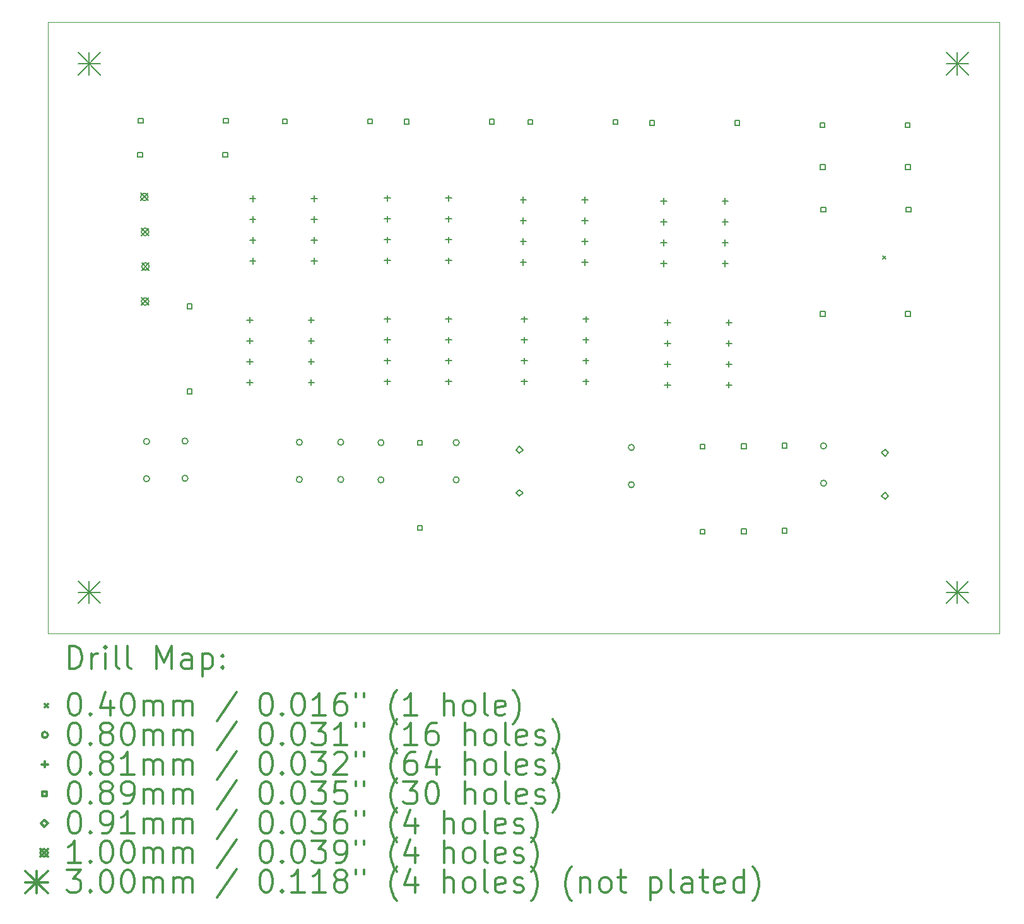
<source format=gbr>
%FSLAX45Y45*%
G04 Gerber Fmt 4.5, Leading zero omitted, Abs format (unit mm)*
G04 Created by KiCad (PCBNEW (5.0.1)-3) date 11/11/2018 11:10:57 PM*
%MOMM*%
%LPD*%
G01*
G04 APERTURE LIST*
%ADD10C,0.100000*%
%ADD11C,0.200000*%
%ADD12C,0.300000*%
G04 APERTURE END LIST*
D10*
X2185000Y-10345000D02*
X2185000Y-2130000D01*
X14945000Y-10345000D02*
X2185000Y-10345000D01*
X14945000Y-2130000D02*
X14945000Y-10345000D01*
X2185000Y-2130000D02*
X14945000Y-2130000D01*
D11*
X13385570Y-5273580D02*
X13425570Y-5313580D01*
X13425570Y-5273580D02*
X13385570Y-5313580D01*
X4060000Y-7760000D02*
G75*
G03X4060000Y-7760000I-40000J0D01*
G01*
X4060000Y-8260000D02*
G75*
G03X4060000Y-8260000I-40000J0D01*
G01*
X6690000Y-7780000D02*
G75*
G03X6690000Y-7780000I-40000J0D01*
G01*
X6690000Y-8280000D02*
G75*
G03X6690000Y-8280000I-40000J0D01*
G01*
X7700000Y-7780000D02*
G75*
G03X7700000Y-7780000I-40000J0D01*
G01*
X7700000Y-8280000D02*
G75*
G03X7700000Y-8280000I-40000J0D01*
G01*
X10050000Y-7845000D02*
G75*
G03X10050000Y-7845000I-40000J0D01*
G01*
X10050000Y-8345000D02*
G75*
G03X10050000Y-8345000I-40000J0D01*
G01*
X12630000Y-7825000D02*
G75*
G03X12630000Y-7825000I-40000J0D01*
G01*
X12630000Y-8325000D02*
G75*
G03X12630000Y-8325000I-40000J0D01*
G01*
X5595000Y-7775000D02*
G75*
G03X5595000Y-7775000I-40000J0D01*
G01*
X5595000Y-8275000D02*
G75*
G03X5595000Y-8275000I-40000J0D01*
G01*
X3545000Y-7765000D02*
G75*
G03X3545000Y-7765000I-40000J0D01*
G01*
X3545000Y-8265000D02*
G75*
G03X3545000Y-8265000I-40000J0D01*
G01*
X6150000Y-7775000D02*
G75*
G03X6150000Y-7775000I-40000J0D01*
G01*
X6150000Y-8275000D02*
G75*
G03X6150000Y-8275000I-40000J0D01*
G01*
X6734500Y-6081160D02*
X6734500Y-6162440D01*
X6693860Y-6121800D02*
X6775140Y-6121800D01*
X6734500Y-6360560D02*
X6734500Y-6441840D01*
X6693860Y-6401200D02*
X6775140Y-6401200D01*
X6734500Y-6639960D02*
X6734500Y-6721240D01*
X6693860Y-6680600D02*
X6775140Y-6680600D01*
X6734500Y-6919360D02*
X6734500Y-7000640D01*
X6693860Y-6960000D02*
X6775140Y-6960000D01*
X7560000Y-6081160D02*
X7560000Y-6162440D01*
X7519360Y-6121800D02*
X7600640Y-6121800D01*
X7560000Y-6360560D02*
X7560000Y-6441840D01*
X7519360Y-6401200D02*
X7600640Y-6401200D01*
X7560000Y-6639960D02*
X7560000Y-6721240D01*
X7519360Y-6680600D02*
X7600640Y-6680600D01*
X7560000Y-6919360D02*
X7560000Y-7000640D01*
X7519360Y-6960000D02*
X7600640Y-6960000D01*
X8574500Y-6081160D02*
X8574500Y-6162440D01*
X8533860Y-6121800D02*
X8615140Y-6121800D01*
X8574500Y-6360560D02*
X8574500Y-6441840D01*
X8533860Y-6401200D02*
X8615140Y-6401200D01*
X8574500Y-6639960D02*
X8574500Y-6721240D01*
X8533860Y-6680600D02*
X8615140Y-6680600D01*
X8574500Y-6919360D02*
X8574500Y-7000640D01*
X8533860Y-6960000D02*
X8615140Y-6960000D01*
X9400000Y-6081160D02*
X9400000Y-6162440D01*
X9359360Y-6121800D02*
X9440640Y-6121800D01*
X9400000Y-6360560D02*
X9400000Y-6441840D01*
X9359360Y-6401200D02*
X9440640Y-6401200D01*
X9400000Y-6639960D02*
X9400000Y-6721240D01*
X9359360Y-6680600D02*
X9440640Y-6680600D01*
X9400000Y-6919360D02*
X9400000Y-7000640D01*
X9359360Y-6960000D02*
X9440640Y-6960000D01*
X4929500Y-4461160D02*
X4929500Y-4542440D01*
X4888860Y-4501800D02*
X4970140Y-4501800D01*
X4929500Y-4740560D02*
X4929500Y-4821840D01*
X4888860Y-4781200D02*
X4970140Y-4781200D01*
X4929500Y-5019960D02*
X4929500Y-5101240D01*
X4888860Y-5060600D02*
X4970140Y-5060600D01*
X4929500Y-5299360D02*
X4929500Y-5380640D01*
X4888860Y-5340000D02*
X4970140Y-5340000D01*
X5755000Y-4461160D02*
X5755000Y-4542440D01*
X5714360Y-4501800D02*
X5795640Y-4501800D01*
X5755000Y-4740560D02*
X5755000Y-4821840D01*
X5714360Y-4781200D02*
X5795640Y-4781200D01*
X5755000Y-5019960D02*
X5755000Y-5101240D01*
X5714360Y-5060600D02*
X5795640Y-5060600D01*
X5755000Y-5299360D02*
X5755000Y-5380640D01*
X5714360Y-5340000D02*
X5795640Y-5340000D01*
X10494500Y-6126160D02*
X10494500Y-6207440D01*
X10453860Y-6166800D02*
X10535140Y-6166800D01*
X10494500Y-6405560D02*
X10494500Y-6486840D01*
X10453860Y-6446200D02*
X10535140Y-6446200D01*
X10494500Y-6684960D02*
X10494500Y-6766240D01*
X10453860Y-6725600D02*
X10535140Y-6725600D01*
X10494500Y-6964360D02*
X10494500Y-7045640D01*
X10453860Y-7005000D02*
X10535140Y-7005000D01*
X11320000Y-6126160D02*
X11320000Y-6207440D01*
X11279360Y-6166800D02*
X11360640Y-6166800D01*
X11320000Y-6405560D02*
X11320000Y-6486840D01*
X11279360Y-6446200D02*
X11360640Y-6446200D01*
X11320000Y-6684960D02*
X11320000Y-6766240D01*
X11279360Y-6725600D02*
X11360640Y-6725600D01*
X11320000Y-6964360D02*
X11320000Y-7045640D01*
X11279360Y-7005000D02*
X11360640Y-7005000D01*
X4889500Y-6091160D02*
X4889500Y-6172440D01*
X4848860Y-6131800D02*
X4930140Y-6131800D01*
X4889500Y-6370560D02*
X4889500Y-6451840D01*
X4848860Y-6411200D02*
X4930140Y-6411200D01*
X4889500Y-6649960D02*
X4889500Y-6731240D01*
X4848860Y-6690600D02*
X4930140Y-6690600D01*
X4889500Y-6929360D02*
X4889500Y-7010640D01*
X4848860Y-6970000D02*
X4930140Y-6970000D01*
X5715000Y-6091160D02*
X5715000Y-6172440D01*
X5674360Y-6131800D02*
X5755640Y-6131800D01*
X5715000Y-6370560D02*
X5715000Y-6451840D01*
X5674360Y-6411200D02*
X5755640Y-6411200D01*
X5715000Y-6649960D02*
X5715000Y-6731240D01*
X5674360Y-6690600D02*
X5755640Y-6690600D01*
X5715000Y-6929360D02*
X5715000Y-7010640D01*
X5674360Y-6970000D02*
X5755640Y-6970000D01*
X10444500Y-4496160D02*
X10444500Y-4577440D01*
X10403860Y-4536800D02*
X10485140Y-4536800D01*
X10444500Y-4775560D02*
X10444500Y-4856840D01*
X10403860Y-4816200D02*
X10485140Y-4816200D01*
X10444500Y-5054960D02*
X10444500Y-5136240D01*
X10403860Y-5095600D02*
X10485140Y-5095600D01*
X10444500Y-5334360D02*
X10444500Y-5415640D01*
X10403860Y-5375000D02*
X10485140Y-5375000D01*
X11270000Y-4496160D02*
X11270000Y-4577440D01*
X11229360Y-4536800D02*
X11310640Y-4536800D01*
X11270000Y-4775560D02*
X11270000Y-4856840D01*
X11229360Y-4816200D02*
X11310640Y-4816200D01*
X11270000Y-5054960D02*
X11270000Y-5136240D01*
X11229360Y-5095600D02*
X11310640Y-5095600D01*
X11270000Y-5334360D02*
X11270000Y-5415640D01*
X11229360Y-5375000D02*
X11310640Y-5375000D01*
X8559500Y-4476160D02*
X8559500Y-4557440D01*
X8518860Y-4516800D02*
X8600140Y-4516800D01*
X8559500Y-4755560D02*
X8559500Y-4836840D01*
X8518860Y-4796200D02*
X8600140Y-4796200D01*
X8559500Y-5034960D02*
X8559500Y-5116240D01*
X8518860Y-5075600D02*
X8600140Y-5075600D01*
X8559500Y-5314360D02*
X8559500Y-5395640D01*
X8518860Y-5355000D02*
X8600140Y-5355000D01*
X9385000Y-4476160D02*
X9385000Y-4557440D01*
X9344360Y-4516800D02*
X9425640Y-4516800D01*
X9385000Y-4755560D02*
X9385000Y-4836840D01*
X9344360Y-4796200D02*
X9425640Y-4796200D01*
X9385000Y-5034960D02*
X9385000Y-5116240D01*
X9344360Y-5075600D02*
X9425640Y-5075600D01*
X9385000Y-5314360D02*
X9385000Y-5395640D01*
X9344360Y-5355000D02*
X9425640Y-5355000D01*
X6734500Y-4456160D02*
X6734500Y-4537440D01*
X6693860Y-4496800D02*
X6775140Y-4496800D01*
X6734500Y-4735560D02*
X6734500Y-4816840D01*
X6693860Y-4776200D02*
X6775140Y-4776200D01*
X6734500Y-5014960D02*
X6734500Y-5096240D01*
X6693860Y-5055600D02*
X6775140Y-5055600D01*
X6734500Y-5294360D02*
X6734500Y-5375640D01*
X6693860Y-5335000D02*
X6775140Y-5335000D01*
X7560000Y-4456160D02*
X7560000Y-4537440D01*
X7519360Y-4496800D02*
X7600640Y-4496800D01*
X7560000Y-4735560D02*
X7560000Y-4816840D01*
X7519360Y-4776200D02*
X7600640Y-4776200D01*
X7560000Y-5014960D02*
X7560000Y-5096240D01*
X7519360Y-5055600D02*
X7600640Y-5055600D01*
X7560000Y-5294360D02*
X7560000Y-5375640D01*
X7519360Y-5335000D02*
X7600640Y-5335000D01*
X5391431Y-3496431D02*
X5391431Y-3433569D01*
X5328569Y-3433569D01*
X5328569Y-3496431D01*
X5391431Y-3496431D01*
X6534431Y-3496431D02*
X6534431Y-3433569D01*
X6471569Y-3433569D01*
X6471569Y-3496431D01*
X6534431Y-3496431D01*
X12609331Y-6083871D02*
X12609331Y-6021009D01*
X12546469Y-6021009D01*
X12546469Y-6083871D01*
X12609331Y-6083871D01*
X13752331Y-6083871D02*
X13752331Y-6021009D01*
X13689469Y-6021009D01*
X13689469Y-6083871D01*
X13752331Y-6083871D01*
X7026431Y-3501431D02*
X7026431Y-3438569D01*
X6963569Y-3438569D01*
X6963569Y-3501431D01*
X7026431Y-3501431D01*
X8169431Y-3501431D02*
X8169431Y-3438569D01*
X8106569Y-3438569D01*
X8106569Y-3501431D01*
X8169431Y-3501431D01*
X4111431Y-5981431D02*
X4111431Y-5918569D01*
X4048569Y-5918569D01*
X4048569Y-5981431D01*
X4111431Y-5981431D01*
X4111431Y-7124431D02*
X4111431Y-7061569D01*
X4048569Y-7061569D01*
X4048569Y-7124431D01*
X4111431Y-7124431D01*
X8686431Y-3506431D02*
X8686431Y-3443569D01*
X8623569Y-3443569D01*
X8623569Y-3506431D01*
X8686431Y-3506431D01*
X9829431Y-3506431D02*
X9829431Y-3443569D01*
X9766569Y-3443569D01*
X9766569Y-3506431D01*
X9829431Y-3506431D01*
X12617331Y-4678871D02*
X12617331Y-4616009D01*
X12554469Y-4616009D01*
X12554469Y-4678871D01*
X12617331Y-4678871D01*
X13760331Y-4678871D02*
X13760331Y-4616009D01*
X13697469Y-4616009D01*
X13697469Y-4678871D01*
X13760331Y-4678871D01*
X10321431Y-3516431D02*
X10321431Y-3453569D01*
X10258569Y-3453569D01*
X10258569Y-3516431D01*
X10321431Y-3516431D01*
X11464431Y-3516431D02*
X11464431Y-3453569D01*
X11401569Y-3453569D01*
X11401569Y-3516431D01*
X11464431Y-3516431D01*
X7201431Y-7811431D02*
X7201431Y-7748569D01*
X7138569Y-7748569D01*
X7138569Y-7811431D01*
X7201431Y-7811431D01*
X7201431Y-8954431D02*
X7201431Y-8891569D01*
X7138569Y-8891569D01*
X7138569Y-8954431D01*
X7201431Y-8954431D01*
X12096431Y-7853431D02*
X12096431Y-7790569D01*
X12033569Y-7790569D01*
X12033569Y-7853431D01*
X12096431Y-7853431D01*
X12096431Y-8996431D02*
X12096431Y-8933569D01*
X12033569Y-8933569D01*
X12033569Y-8996431D01*
X12096431Y-8996431D01*
X12607331Y-3548871D02*
X12607331Y-3486009D01*
X12544469Y-3486009D01*
X12544469Y-3548871D01*
X12607331Y-3548871D01*
X13750331Y-3548871D02*
X13750331Y-3486009D01*
X13687469Y-3486009D01*
X13687469Y-3548871D01*
X13750331Y-3548871D01*
X3458431Y-3486431D02*
X3458431Y-3423569D01*
X3395569Y-3423569D01*
X3395569Y-3486431D01*
X3458431Y-3486431D01*
X4601431Y-3486431D02*
X4601431Y-3423569D01*
X4538569Y-3423569D01*
X4538569Y-3486431D01*
X4601431Y-3486431D01*
X12609331Y-4108871D02*
X12609331Y-4046009D01*
X12546469Y-4046009D01*
X12546469Y-4108871D01*
X12609331Y-4108871D01*
X13752331Y-4108871D02*
X13752331Y-4046009D01*
X13689469Y-4046009D01*
X13689469Y-4108871D01*
X13752331Y-4108871D01*
X3448431Y-3946431D02*
X3448431Y-3883569D01*
X3385569Y-3883569D01*
X3385569Y-3946431D01*
X3448431Y-3946431D01*
X4591431Y-3946431D02*
X4591431Y-3883569D01*
X4528569Y-3883569D01*
X4528569Y-3946431D01*
X4591431Y-3946431D01*
X11551431Y-7861431D02*
X11551431Y-7798569D01*
X11488569Y-7798569D01*
X11488569Y-7861431D01*
X11551431Y-7861431D01*
X11551431Y-9004431D02*
X11551431Y-8941569D01*
X11488569Y-8941569D01*
X11488569Y-9004431D01*
X11551431Y-9004431D01*
X10996431Y-7866431D02*
X10996431Y-7803569D01*
X10933569Y-7803569D01*
X10933569Y-7866431D01*
X10996431Y-7866431D01*
X10996431Y-9009431D02*
X10996431Y-8946569D01*
X10933569Y-8946569D01*
X10933569Y-9009431D01*
X10996431Y-9009431D01*
X8510000Y-7921600D02*
X8555720Y-7875880D01*
X8510000Y-7830160D01*
X8464280Y-7875880D01*
X8510000Y-7921600D01*
X8510000Y-8500720D02*
X8555720Y-8455000D01*
X8510000Y-8409280D01*
X8464280Y-8455000D01*
X8510000Y-8500720D01*
X13415000Y-7960720D02*
X13460720Y-7915000D01*
X13415000Y-7869280D01*
X13369280Y-7915000D01*
X13415000Y-7960720D01*
X13415000Y-8539840D02*
X13460720Y-8494120D01*
X13415000Y-8448400D01*
X13369280Y-8494120D01*
X13415000Y-8539840D01*
X3435160Y-4898660D02*
X3535160Y-4998660D01*
X3535160Y-4898660D02*
X3435160Y-4998660D01*
X3535160Y-4948660D02*
G75*
G03X3535160Y-4948660I-50000J0D01*
G01*
X3425160Y-4428660D02*
X3525160Y-4528660D01*
X3525160Y-4428660D02*
X3425160Y-4528660D01*
X3525160Y-4478660D02*
G75*
G03X3525160Y-4478660I-50000J0D01*
G01*
X3435160Y-5833660D02*
X3535160Y-5933660D01*
X3535160Y-5833660D02*
X3435160Y-5933660D01*
X3535160Y-5883660D02*
G75*
G03X3535160Y-5883660I-50000J0D01*
G01*
X3440160Y-5363660D02*
X3540160Y-5463660D01*
X3540160Y-5363660D02*
X3440160Y-5463660D01*
X3540160Y-5413660D02*
G75*
G03X3540160Y-5413660I-50000J0D01*
G01*
X14235000Y-9640000D02*
X14535000Y-9940000D01*
X14535000Y-9640000D02*
X14235000Y-9940000D01*
X14385000Y-9640000D02*
X14385000Y-9940000D01*
X14235000Y-9790000D02*
X14535000Y-9790000D01*
X14235000Y-2540000D02*
X14535000Y-2840000D01*
X14535000Y-2540000D02*
X14235000Y-2840000D01*
X14385000Y-2540000D02*
X14385000Y-2840000D01*
X14235000Y-2690000D02*
X14535000Y-2690000D01*
X2585000Y-2540000D02*
X2885000Y-2840000D01*
X2885000Y-2540000D02*
X2585000Y-2840000D01*
X2735000Y-2540000D02*
X2735000Y-2840000D01*
X2585000Y-2690000D02*
X2885000Y-2690000D01*
X2585000Y-9640000D02*
X2885000Y-9940000D01*
X2885000Y-9640000D02*
X2585000Y-9940000D01*
X2735000Y-9640000D02*
X2735000Y-9940000D01*
X2585000Y-9790000D02*
X2885000Y-9790000D01*
D12*
X2466428Y-10815714D02*
X2466428Y-10515714D01*
X2537857Y-10515714D01*
X2580714Y-10530000D01*
X2609286Y-10558572D01*
X2623571Y-10587143D01*
X2637857Y-10644286D01*
X2637857Y-10687143D01*
X2623571Y-10744286D01*
X2609286Y-10772857D01*
X2580714Y-10801429D01*
X2537857Y-10815714D01*
X2466428Y-10815714D01*
X2766428Y-10815714D02*
X2766428Y-10615714D01*
X2766428Y-10672857D02*
X2780714Y-10644286D01*
X2795000Y-10630000D01*
X2823571Y-10615714D01*
X2852143Y-10615714D01*
X2952143Y-10815714D02*
X2952143Y-10615714D01*
X2952143Y-10515714D02*
X2937857Y-10530000D01*
X2952143Y-10544286D01*
X2966428Y-10530000D01*
X2952143Y-10515714D01*
X2952143Y-10544286D01*
X3137857Y-10815714D02*
X3109286Y-10801429D01*
X3095000Y-10772857D01*
X3095000Y-10515714D01*
X3295000Y-10815714D02*
X3266428Y-10801429D01*
X3252143Y-10772857D01*
X3252143Y-10515714D01*
X3637857Y-10815714D02*
X3637857Y-10515714D01*
X3737857Y-10730000D01*
X3837857Y-10515714D01*
X3837857Y-10815714D01*
X4109286Y-10815714D02*
X4109286Y-10658572D01*
X4095000Y-10630000D01*
X4066428Y-10615714D01*
X4009286Y-10615714D01*
X3980714Y-10630000D01*
X4109286Y-10801429D02*
X4080714Y-10815714D01*
X4009286Y-10815714D01*
X3980714Y-10801429D01*
X3966428Y-10772857D01*
X3966428Y-10744286D01*
X3980714Y-10715714D01*
X4009286Y-10701429D01*
X4080714Y-10701429D01*
X4109286Y-10687143D01*
X4252143Y-10615714D02*
X4252143Y-10915714D01*
X4252143Y-10630000D02*
X4280714Y-10615714D01*
X4337857Y-10615714D01*
X4366428Y-10630000D01*
X4380714Y-10644286D01*
X4395000Y-10672857D01*
X4395000Y-10758572D01*
X4380714Y-10787143D01*
X4366428Y-10801429D01*
X4337857Y-10815714D01*
X4280714Y-10815714D01*
X4252143Y-10801429D01*
X4523571Y-10787143D02*
X4537857Y-10801429D01*
X4523571Y-10815714D01*
X4509286Y-10801429D01*
X4523571Y-10787143D01*
X4523571Y-10815714D01*
X4523571Y-10630000D02*
X4537857Y-10644286D01*
X4523571Y-10658572D01*
X4509286Y-10644286D01*
X4523571Y-10630000D01*
X4523571Y-10658572D01*
X2140000Y-11290000D02*
X2180000Y-11330000D01*
X2180000Y-11290000D02*
X2140000Y-11330000D01*
X2523571Y-11145714D02*
X2552143Y-11145714D01*
X2580714Y-11160000D01*
X2595000Y-11174286D01*
X2609286Y-11202857D01*
X2623571Y-11260000D01*
X2623571Y-11331429D01*
X2609286Y-11388571D01*
X2595000Y-11417143D01*
X2580714Y-11431429D01*
X2552143Y-11445714D01*
X2523571Y-11445714D01*
X2495000Y-11431429D01*
X2480714Y-11417143D01*
X2466428Y-11388571D01*
X2452143Y-11331429D01*
X2452143Y-11260000D01*
X2466428Y-11202857D01*
X2480714Y-11174286D01*
X2495000Y-11160000D01*
X2523571Y-11145714D01*
X2752143Y-11417143D02*
X2766428Y-11431429D01*
X2752143Y-11445714D01*
X2737857Y-11431429D01*
X2752143Y-11417143D01*
X2752143Y-11445714D01*
X3023571Y-11245714D02*
X3023571Y-11445714D01*
X2952143Y-11131429D02*
X2880714Y-11345714D01*
X3066428Y-11345714D01*
X3237857Y-11145714D02*
X3266428Y-11145714D01*
X3295000Y-11160000D01*
X3309286Y-11174286D01*
X3323571Y-11202857D01*
X3337857Y-11260000D01*
X3337857Y-11331429D01*
X3323571Y-11388571D01*
X3309286Y-11417143D01*
X3295000Y-11431429D01*
X3266428Y-11445714D01*
X3237857Y-11445714D01*
X3209286Y-11431429D01*
X3195000Y-11417143D01*
X3180714Y-11388571D01*
X3166428Y-11331429D01*
X3166428Y-11260000D01*
X3180714Y-11202857D01*
X3195000Y-11174286D01*
X3209286Y-11160000D01*
X3237857Y-11145714D01*
X3466428Y-11445714D02*
X3466428Y-11245714D01*
X3466428Y-11274286D02*
X3480714Y-11260000D01*
X3509286Y-11245714D01*
X3552143Y-11245714D01*
X3580714Y-11260000D01*
X3595000Y-11288571D01*
X3595000Y-11445714D01*
X3595000Y-11288571D02*
X3609286Y-11260000D01*
X3637857Y-11245714D01*
X3680714Y-11245714D01*
X3709286Y-11260000D01*
X3723571Y-11288571D01*
X3723571Y-11445714D01*
X3866428Y-11445714D02*
X3866428Y-11245714D01*
X3866428Y-11274286D02*
X3880714Y-11260000D01*
X3909286Y-11245714D01*
X3952143Y-11245714D01*
X3980714Y-11260000D01*
X3995000Y-11288571D01*
X3995000Y-11445714D01*
X3995000Y-11288571D02*
X4009286Y-11260000D01*
X4037857Y-11245714D01*
X4080714Y-11245714D01*
X4109286Y-11260000D01*
X4123571Y-11288571D01*
X4123571Y-11445714D01*
X4709286Y-11131429D02*
X4452143Y-11517143D01*
X5095000Y-11145714D02*
X5123571Y-11145714D01*
X5152143Y-11160000D01*
X5166428Y-11174286D01*
X5180714Y-11202857D01*
X5195000Y-11260000D01*
X5195000Y-11331429D01*
X5180714Y-11388571D01*
X5166428Y-11417143D01*
X5152143Y-11431429D01*
X5123571Y-11445714D01*
X5095000Y-11445714D01*
X5066428Y-11431429D01*
X5052143Y-11417143D01*
X5037857Y-11388571D01*
X5023571Y-11331429D01*
X5023571Y-11260000D01*
X5037857Y-11202857D01*
X5052143Y-11174286D01*
X5066428Y-11160000D01*
X5095000Y-11145714D01*
X5323571Y-11417143D02*
X5337857Y-11431429D01*
X5323571Y-11445714D01*
X5309286Y-11431429D01*
X5323571Y-11417143D01*
X5323571Y-11445714D01*
X5523571Y-11145714D02*
X5552143Y-11145714D01*
X5580714Y-11160000D01*
X5595000Y-11174286D01*
X5609286Y-11202857D01*
X5623571Y-11260000D01*
X5623571Y-11331429D01*
X5609286Y-11388571D01*
X5595000Y-11417143D01*
X5580714Y-11431429D01*
X5552143Y-11445714D01*
X5523571Y-11445714D01*
X5495000Y-11431429D01*
X5480714Y-11417143D01*
X5466428Y-11388571D01*
X5452143Y-11331429D01*
X5452143Y-11260000D01*
X5466428Y-11202857D01*
X5480714Y-11174286D01*
X5495000Y-11160000D01*
X5523571Y-11145714D01*
X5909286Y-11445714D02*
X5737857Y-11445714D01*
X5823571Y-11445714D02*
X5823571Y-11145714D01*
X5795000Y-11188571D01*
X5766428Y-11217143D01*
X5737857Y-11231429D01*
X6166428Y-11145714D02*
X6109286Y-11145714D01*
X6080714Y-11160000D01*
X6066428Y-11174286D01*
X6037857Y-11217143D01*
X6023571Y-11274286D01*
X6023571Y-11388571D01*
X6037857Y-11417143D01*
X6052143Y-11431429D01*
X6080714Y-11445714D01*
X6137857Y-11445714D01*
X6166428Y-11431429D01*
X6180714Y-11417143D01*
X6195000Y-11388571D01*
X6195000Y-11317143D01*
X6180714Y-11288571D01*
X6166428Y-11274286D01*
X6137857Y-11260000D01*
X6080714Y-11260000D01*
X6052143Y-11274286D01*
X6037857Y-11288571D01*
X6023571Y-11317143D01*
X6309286Y-11145714D02*
X6309286Y-11202857D01*
X6423571Y-11145714D02*
X6423571Y-11202857D01*
X6866428Y-11560000D02*
X6852143Y-11545714D01*
X6823571Y-11502857D01*
X6809286Y-11474286D01*
X6795000Y-11431429D01*
X6780714Y-11360000D01*
X6780714Y-11302857D01*
X6795000Y-11231429D01*
X6809286Y-11188571D01*
X6823571Y-11160000D01*
X6852143Y-11117143D01*
X6866428Y-11102857D01*
X7137857Y-11445714D02*
X6966428Y-11445714D01*
X7052143Y-11445714D02*
X7052143Y-11145714D01*
X7023571Y-11188571D01*
X6995000Y-11217143D01*
X6966428Y-11231429D01*
X7495000Y-11445714D02*
X7495000Y-11145714D01*
X7623571Y-11445714D02*
X7623571Y-11288571D01*
X7609286Y-11260000D01*
X7580714Y-11245714D01*
X7537857Y-11245714D01*
X7509286Y-11260000D01*
X7495000Y-11274286D01*
X7809286Y-11445714D02*
X7780714Y-11431429D01*
X7766428Y-11417143D01*
X7752143Y-11388571D01*
X7752143Y-11302857D01*
X7766428Y-11274286D01*
X7780714Y-11260000D01*
X7809286Y-11245714D01*
X7852143Y-11245714D01*
X7880714Y-11260000D01*
X7895000Y-11274286D01*
X7909286Y-11302857D01*
X7909286Y-11388571D01*
X7895000Y-11417143D01*
X7880714Y-11431429D01*
X7852143Y-11445714D01*
X7809286Y-11445714D01*
X8080714Y-11445714D02*
X8052143Y-11431429D01*
X8037857Y-11402857D01*
X8037857Y-11145714D01*
X8309286Y-11431429D02*
X8280714Y-11445714D01*
X8223571Y-11445714D01*
X8195000Y-11431429D01*
X8180714Y-11402857D01*
X8180714Y-11288571D01*
X8195000Y-11260000D01*
X8223571Y-11245714D01*
X8280714Y-11245714D01*
X8309286Y-11260000D01*
X8323571Y-11288571D01*
X8323571Y-11317143D01*
X8180714Y-11345714D01*
X8423571Y-11560000D02*
X8437857Y-11545714D01*
X8466428Y-11502857D01*
X8480714Y-11474286D01*
X8495000Y-11431429D01*
X8509286Y-11360000D01*
X8509286Y-11302857D01*
X8495000Y-11231429D01*
X8480714Y-11188571D01*
X8466428Y-11160000D01*
X8437857Y-11117143D01*
X8423571Y-11102857D01*
X2180000Y-11706000D02*
G75*
G03X2180000Y-11706000I-40000J0D01*
G01*
X2523571Y-11541714D02*
X2552143Y-11541714D01*
X2580714Y-11556000D01*
X2595000Y-11570286D01*
X2609286Y-11598857D01*
X2623571Y-11656000D01*
X2623571Y-11727429D01*
X2609286Y-11784571D01*
X2595000Y-11813143D01*
X2580714Y-11827429D01*
X2552143Y-11841714D01*
X2523571Y-11841714D01*
X2495000Y-11827429D01*
X2480714Y-11813143D01*
X2466428Y-11784571D01*
X2452143Y-11727429D01*
X2452143Y-11656000D01*
X2466428Y-11598857D01*
X2480714Y-11570286D01*
X2495000Y-11556000D01*
X2523571Y-11541714D01*
X2752143Y-11813143D02*
X2766428Y-11827429D01*
X2752143Y-11841714D01*
X2737857Y-11827429D01*
X2752143Y-11813143D01*
X2752143Y-11841714D01*
X2937857Y-11670286D02*
X2909286Y-11656000D01*
X2895000Y-11641714D01*
X2880714Y-11613143D01*
X2880714Y-11598857D01*
X2895000Y-11570286D01*
X2909286Y-11556000D01*
X2937857Y-11541714D01*
X2995000Y-11541714D01*
X3023571Y-11556000D01*
X3037857Y-11570286D01*
X3052143Y-11598857D01*
X3052143Y-11613143D01*
X3037857Y-11641714D01*
X3023571Y-11656000D01*
X2995000Y-11670286D01*
X2937857Y-11670286D01*
X2909286Y-11684571D01*
X2895000Y-11698857D01*
X2880714Y-11727429D01*
X2880714Y-11784571D01*
X2895000Y-11813143D01*
X2909286Y-11827429D01*
X2937857Y-11841714D01*
X2995000Y-11841714D01*
X3023571Y-11827429D01*
X3037857Y-11813143D01*
X3052143Y-11784571D01*
X3052143Y-11727429D01*
X3037857Y-11698857D01*
X3023571Y-11684571D01*
X2995000Y-11670286D01*
X3237857Y-11541714D02*
X3266428Y-11541714D01*
X3295000Y-11556000D01*
X3309286Y-11570286D01*
X3323571Y-11598857D01*
X3337857Y-11656000D01*
X3337857Y-11727429D01*
X3323571Y-11784571D01*
X3309286Y-11813143D01*
X3295000Y-11827429D01*
X3266428Y-11841714D01*
X3237857Y-11841714D01*
X3209286Y-11827429D01*
X3195000Y-11813143D01*
X3180714Y-11784571D01*
X3166428Y-11727429D01*
X3166428Y-11656000D01*
X3180714Y-11598857D01*
X3195000Y-11570286D01*
X3209286Y-11556000D01*
X3237857Y-11541714D01*
X3466428Y-11841714D02*
X3466428Y-11641714D01*
X3466428Y-11670286D02*
X3480714Y-11656000D01*
X3509286Y-11641714D01*
X3552143Y-11641714D01*
X3580714Y-11656000D01*
X3595000Y-11684571D01*
X3595000Y-11841714D01*
X3595000Y-11684571D02*
X3609286Y-11656000D01*
X3637857Y-11641714D01*
X3680714Y-11641714D01*
X3709286Y-11656000D01*
X3723571Y-11684571D01*
X3723571Y-11841714D01*
X3866428Y-11841714D02*
X3866428Y-11641714D01*
X3866428Y-11670286D02*
X3880714Y-11656000D01*
X3909286Y-11641714D01*
X3952143Y-11641714D01*
X3980714Y-11656000D01*
X3995000Y-11684571D01*
X3995000Y-11841714D01*
X3995000Y-11684571D02*
X4009286Y-11656000D01*
X4037857Y-11641714D01*
X4080714Y-11641714D01*
X4109286Y-11656000D01*
X4123571Y-11684571D01*
X4123571Y-11841714D01*
X4709286Y-11527429D02*
X4452143Y-11913143D01*
X5095000Y-11541714D02*
X5123571Y-11541714D01*
X5152143Y-11556000D01*
X5166428Y-11570286D01*
X5180714Y-11598857D01*
X5195000Y-11656000D01*
X5195000Y-11727429D01*
X5180714Y-11784571D01*
X5166428Y-11813143D01*
X5152143Y-11827429D01*
X5123571Y-11841714D01*
X5095000Y-11841714D01*
X5066428Y-11827429D01*
X5052143Y-11813143D01*
X5037857Y-11784571D01*
X5023571Y-11727429D01*
X5023571Y-11656000D01*
X5037857Y-11598857D01*
X5052143Y-11570286D01*
X5066428Y-11556000D01*
X5095000Y-11541714D01*
X5323571Y-11813143D02*
X5337857Y-11827429D01*
X5323571Y-11841714D01*
X5309286Y-11827429D01*
X5323571Y-11813143D01*
X5323571Y-11841714D01*
X5523571Y-11541714D02*
X5552143Y-11541714D01*
X5580714Y-11556000D01*
X5595000Y-11570286D01*
X5609286Y-11598857D01*
X5623571Y-11656000D01*
X5623571Y-11727429D01*
X5609286Y-11784571D01*
X5595000Y-11813143D01*
X5580714Y-11827429D01*
X5552143Y-11841714D01*
X5523571Y-11841714D01*
X5495000Y-11827429D01*
X5480714Y-11813143D01*
X5466428Y-11784571D01*
X5452143Y-11727429D01*
X5452143Y-11656000D01*
X5466428Y-11598857D01*
X5480714Y-11570286D01*
X5495000Y-11556000D01*
X5523571Y-11541714D01*
X5723571Y-11541714D02*
X5909286Y-11541714D01*
X5809286Y-11656000D01*
X5852143Y-11656000D01*
X5880714Y-11670286D01*
X5895000Y-11684571D01*
X5909286Y-11713143D01*
X5909286Y-11784571D01*
X5895000Y-11813143D01*
X5880714Y-11827429D01*
X5852143Y-11841714D01*
X5766428Y-11841714D01*
X5737857Y-11827429D01*
X5723571Y-11813143D01*
X6195000Y-11841714D02*
X6023571Y-11841714D01*
X6109286Y-11841714D02*
X6109286Y-11541714D01*
X6080714Y-11584571D01*
X6052143Y-11613143D01*
X6023571Y-11627429D01*
X6309286Y-11541714D02*
X6309286Y-11598857D01*
X6423571Y-11541714D02*
X6423571Y-11598857D01*
X6866428Y-11956000D02*
X6852143Y-11941714D01*
X6823571Y-11898857D01*
X6809286Y-11870286D01*
X6795000Y-11827429D01*
X6780714Y-11756000D01*
X6780714Y-11698857D01*
X6795000Y-11627429D01*
X6809286Y-11584571D01*
X6823571Y-11556000D01*
X6852143Y-11513143D01*
X6866428Y-11498857D01*
X7137857Y-11841714D02*
X6966428Y-11841714D01*
X7052143Y-11841714D02*
X7052143Y-11541714D01*
X7023571Y-11584571D01*
X6995000Y-11613143D01*
X6966428Y-11627429D01*
X7395000Y-11541714D02*
X7337857Y-11541714D01*
X7309286Y-11556000D01*
X7295000Y-11570286D01*
X7266428Y-11613143D01*
X7252143Y-11670286D01*
X7252143Y-11784571D01*
X7266428Y-11813143D01*
X7280714Y-11827429D01*
X7309286Y-11841714D01*
X7366428Y-11841714D01*
X7395000Y-11827429D01*
X7409286Y-11813143D01*
X7423571Y-11784571D01*
X7423571Y-11713143D01*
X7409286Y-11684571D01*
X7395000Y-11670286D01*
X7366428Y-11656000D01*
X7309286Y-11656000D01*
X7280714Y-11670286D01*
X7266428Y-11684571D01*
X7252143Y-11713143D01*
X7780714Y-11841714D02*
X7780714Y-11541714D01*
X7909286Y-11841714D02*
X7909286Y-11684571D01*
X7895000Y-11656000D01*
X7866428Y-11641714D01*
X7823571Y-11641714D01*
X7795000Y-11656000D01*
X7780714Y-11670286D01*
X8095000Y-11841714D02*
X8066428Y-11827429D01*
X8052143Y-11813143D01*
X8037857Y-11784571D01*
X8037857Y-11698857D01*
X8052143Y-11670286D01*
X8066428Y-11656000D01*
X8095000Y-11641714D01*
X8137857Y-11641714D01*
X8166428Y-11656000D01*
X8180714Y-11670286D01*
X8195000Y-11698857D01*
X8195000Y-11784571D01*
X8180714Y-11813143D01*
X8166428Y-11827429D01*
X8137857Y-11841714D01*
X8095000Y-11841714D01*
X8366428Y-11841714D02*
X8337857Y-11827429D01*
X8323571Y-11798857D01*
X8323571Y-11541714D01*
X8595000Y-11827429D02*
X8566428Y-11841714D01*
X8509286Y-11841714D01*
X8480714Y-11827429D01*
X8466428Y-11798857D01*
X8466428Y-11684571D01*
X8480714Y-11656000D01*
X8509286Y-11641714D01*
X8566428Y-11641714D01*
X8595000Y-11656000D01*
X8609286Y-11684571D01*
X8609286Y-11713143D01*
X8466428Y-11741714D01*
X8723571Y-11827429D02*
X8752143Y-11841714D01*
X8809286Y-11841714D01*
X8837857Y-11827429D01*
X8852143Y-11798857D01*
X8852143Y-11784571D01*
X8837857Y-11756000D01*
X8809286Y-11741714D01*
X8766428Y-11741714D01*
X8737857Y-11727429D01*
X8723571Y-11698857D01*
X8723571Y-11684571D01*
X8737857Y-11656000D01*
X8766428Y-11641714D01*
X8809286Y-11641714D01*
X8837857Y-11656000D01*
X8952143Y-11956000D02*
X8966428Y-11941714D01*
X8995000Y-11898857D01*
X9009286Y-11870286D01*
X9023571Y-11827429D01*
X9037857Y-11756000D01*
X9037857Y-11698857D01*
X9023571Y-11627429D01*
X9009286Y-11584571D01*
X8995000Y-11556000D01*
X8966428Y-11513143D01*
X8952143Y-11498857D01*
X2139360Y-12061360D02*
X2139360Y-12142640D01*
X2098720Y-12102000D02*
X2180000Y-12102000D01*
X2523571Y-11937714D02*
X2552143Y-11937714D01*
X2580714Y-11952000D01*
X2595000Y-11966286D01*
X2609286Y-11994857D01*
X2623571Y-12052000D01*
X2623571Y-12123429D01*
X2609286Y-12180571D01*
X2595000Y-12209143D01*
X2580714Y-12223429D01*
X2552143Y-12237714D01*
X2523571Y-12237714D01*
X2495000Y-12223429D01*
X2480714Y-12209143D01*
X2466428Y-12180571D01*
X2452143Y-12123429D01*
X2452143Y-12052000D01*
X2466428Y-11994857D01*
X2480714Y-11966286D01*
X2495000Y-11952000D01*
X2523571Y-11937714D01*
X2752143Y-12209143D02*
X2766428Y-12223429D01*
X2752143Y-12237714D01*
X2737857Y-12223429D01*
X2752143Y-12209143D01*
X2752143Y-12237714D01*
X2937857Y-12066286D02*
X2909286Y-12052000D01*
X2895000Y-12037714D01*
X2880714Y-12009143D01*
X2880714Y-11994857D01*
X2895000Y-11966286D01*
X2909286Y-11952000D01*
X2937857Y-11937714D01*
X2995000Y-11937714D01*
X3023571Y-11952000D01*
X3037857Y-11966286D01*
X3052143Y-11994857D01*
X3052143Y-12009143D01*
X3037857Y-12037714D01*
X3023571Y-12052000D01*
X2995000Y-12066286D01*
X2937857Y-12066286D01*
X2909286Y-12080571D01*
X2895000Y-12094857D01*
X2880714Y-12123429D01*
X2880714Y-12180571D01*
X2895000Y-12209143D01*
X2909286Y-12223429D01*
X2937857Y-12237714D01*
X2995000Y-12237714D01*
X3023571Y-12223429D01*
X3037857Y-12209143D01*
X3052143Y-12180571D01*
X3052143Y-12123429D01*
X3037857Y-12094857D01*
X3023571Y-12080571D01*
X2995000Y-12066286D01*
X3337857Y-12237714D02*
X3166428Y-12237714D01*
X3252143Y-12237714D02*
X3252143Y-11937714D01*
X3223571Y-11980571D01*
X3195000Y-12009143D01*
X3166428Y-12023429D01*
X3466428Y-12237714D02*
X3466428Y-12037714D01*
X3466428Y-12066286D02*
X3480714Y-12052000D01*
X3509286Y-12037714D01*
X3552143Y-12037714D01*
X3580714Y-12052000D01*
X3595000Y-12080571D01*
X3595000Y-12237714D01*
X3595000Y-12080571D02*
X3609286Y-12052000D01*
X3637857Y-12037714D01*
X3680714Y-12037714D01*
X3709286Y-12052000D01*
X3723571Y-12080571D01*
X3723571Y-12237714D01*
X3866428Y-12237714D02*
X3866428Y-12037714D01*
X3866428Y-12066286D02*
X3880714Y-12052000D01*
X3909286Y-12037714D01*
X3952143Y-12037714D01*
X3980714Y-12052000D01*
X3995000Y-12080571D01*
X3995000Y-12237714D01*
X3995000Y-12080571D02*
X4009286Y-12052000D01*
X4037857Y-12037714D01*
X4080714Y-12037714D01*
X4109286Y-12052000D01*
X4123571Y-12080571D01*
X4123571Y-12237714D01*
X4709286Y-11923429D02*
X4452143Y-12309143D01*
X5095000Y-11937714D02*
X5123571Y-11937714D01*
X5152143Y-11952000D01*
X5166428Y-11966286D01*
X5180714Y-11994857D01*
X5195000Y-12052000D01*
X5195000Y-12123429D01*
X5180714Y-12180571D01*
X5166428Y-12209143D01*
X5152143Y-12223429D01*
X5123571Y-12237714D01*
X5095000Y-12237714D01*
X5066428Y-12223429D01*
X5052143Y-12209143D01*
X5037857Y-12180571D01*
X5023571Y-12123429D01*
X5023571Y-12052000D01*
X5037857Y-11994857D01*
X5052143Y-11966286D01*
X5066428Y-11952000D01*
X5095000Y-11937714D01*
X5323571Y-12209143D02*
X5337857Y-12223429D01*
X5323571Y-12237714D01*
X5309286Y-12223429D01*
X5323571Y-12209143D01*
X5323571Y-12237714D01*
X5523571Y-11937714D02*
X5552143Y-11937714D01*
X5580714Y-11952000D01*
X5595000Y-11966286D01*
X5609286Y-11994857D01*
X5623571Y-12052000D01*
X5623571Y-12123429D01*
X5609286Y-12180571D01*
X5595000Y-12209143D01*
X5580714Y-12223429D01*
X5552143Y-12237714D01*
X5523571Y-12237714D01*
X5495000Y-12223429D01*
X5480714Y-12209143D01*
X5466428Y-12180571D01*
X5452143Y-12123429D01*
X5452143Y-12052000D01*
X5466428Y-11994857D01*
X5480714Y-11966286D01*
X5495000Y-11952000D01*
X5523571Y-11937714D01*
X5723571Y-11937714D02*
X5909286Y-11937714D01*
X5809286Y-12052000D01*
X5852143Y-12052000D01*
X5880714Y-12066286D01*
X5895000Y-12080571D01*
X5909286Y-12109143D01*
X5909286Y-12180571D01*
X5895000Y-12209143D01*
X5880714Y-12223429D01*
X5852143Y-12237714D01*
X5766428Y-12237714D01*
X5737857Y-12223429D01*
X5723571Y-12209143D01*
X6023571Y-11966286D02*
X6037857Y-11952000D01*
X6066428Y-11937714D01*
X6137857Y-11937714D01*
X6166428Y-11952000D01*
X6180714Y-11966286D01*
X6195000Y-11994857D01*
X6195000Y-12023429D01*
X6180714Y-12066286D01*
X6009286Y-12237714D01*
X6195000Y-12237714D01*
X6309286Y-11937714D02*
X6309286Y-11994857D01*
X6423571Y-11937714D02*
X6423571Y-11994857D01*
X6866428Y-12352000D02*
X6852143Y-12337714D01*
X6823571Y-12294857D01*
X6809286Y-12266286D01*
X6795000Y-12223429D01*
X6780714Y-12152000D01*
X6780714Y-12094857D01*
X6795000Y-12023429D01*
X6809286Y-11980571D01*
X6823571Y-11952000D01*
X6852143Y-11909143D01*
X6866428Y-11894857D01*
X7109286Y-11937714D02*
X7052143Y-11937714D01*
X7023571Y-11952000D01*
X7009286Y-11966286D01*
X6980714Y-12009143D01*
X6966428Y-12066286D01*
X6966428Y-12180571D01*
X6980714Y-12209143D01*
X6995000Y-12223429D01*
X7023571Y-12237714D01*
X7080714Y-12237714D01*
X7109286Y-12223429D01*
X7123571Y-12209143D01*
X7137857Y-12180571D01*
X7137857Y-12109143D01*
X7123571Y-12080571D01*
X7109286Y-12066286D01*
X7080714Y-12052000D01*
X7023571Y-12052000D01*
X6995000Y-12066286D01*
X6980714Y-12080571D01*
X6966428Y-12109143D01*
X7395000Y-12037714D02*
X7395000Y-12237714D01*
X7323571Y-11923429D02*
X7252143Y-12137714D01*
X7437857Y-12137714D01*
X7780714Y-12237714D02*
X7780714Y-11937714D01*
X7909286Y-12237714D02*
X7909286Y-12080571D01*
X7895000Y-12052000D01*
X7866428Y-12037714D01*
X7823571Y-12037714D01*
X7795000Y-12052000D01*
X7780714Y-12066286D01*
X8095000Y-12237714D02*
X8066428Y-12223429D01*
X8052143Y-12209143D01*
X8037857Y-12180571D01*
X8037857Y-12094857D01*
X8052143Y-12066286D01*
X8066428Y-12052000D01*
X8095000Y-12037714D01*
X8137857Y-12037714D01*
X8166428Y-12052000D01*
X8180714Y-12066286D01*
X8195000Y-12094857D01*
X8195000Y-12180571D01*
X8180714Y-12209143D01*
X8166428Y-12223429D01*
X8137857Y-12237714D01*
X8095000Y-12237714D01*
X8366428Y-12237714D02*
X8337857Y-12223429D01*
X8323571Y-12194857D01*
X8323571Y-11937714D01*
X8595000Y-12223429D02*
X8566428Y-12237714D01*
X8509286Y-12237714D01*
X8480714Y-12223429D01*
X8466428Y-12194857D01*
X8466428Y-12080571D01*
X8480714Y-12052000D01*
X8509286Y-12037714D01*
X8566428Y-12037714D01*
X8595000Y-12052000D01*
X8609286Y-12080571D01*
X8609286Y-12109143D01*
X8466428Y-12137714D01*
X8723571Y-12223429D02*
X8752143Y-12237714D01*
X8809286Y-12237714D01*
X8837857Y-12223429D01*
X8852143Y-12194857D01*
X8852143Y-12180571D01*
X8837857Y-12152000D01*
X8809286Y-12137714D01*
X8766428Y-12137714D01*
X8737857Y-12123429D01*
X8723571Y-12094857D01*
X8723571Y-12080571D01*
X8737857Y-12052000D01*
X8766428Y-12037714D01*
X8809286Y-12037714D01*
X8837857Y-12052000D01*
X8952143Y-12352000D02*
X8966428Y-12337714D01*
X8995000Y-12294857D01*
X9009286Y-12266286D01*
X9023571Y-12223429D01*
X9037857Y-12152000D01*
X9037857Y-12094857D01*
X9023571Y-12023429D01*
X9009286Y-11980571D01*
X8995000Y-11952000D01*
X8966428Y-11909143D01*
X8952143Y-11894857D01*
X2166981Y-12529431D02*
X2166981Y-12466569D01*
X2104119Y-12466569D01*
X2104119Y-12529431D01*
X2166981Y-12529431D01*
X2523571Y-12333714D02*
X2552143Y-12333714D01*
X2580714Y-12348000D01*
X2595000Y-12362286D01*
X2609286Y-12390857D01*
X2623571Y-12448000D01*
X2623571Y-12519429D01*
X2609286Y-12576571D01*
X2595000Y-12605143D01*
X2580714Y-12619429D01*
X2552143Y-12633714D01*
X2523571Y-12633714D01*
X2495000Y-12619429D01*
X2480714Y-12605143D01*
X2466428Y-12576571D01*
X2452143Y-12519429D01*
X2452143Y-12448000D01*
X2466428Y-12390857D01*
X2480714Y-12362286D01*
X2495000Y-12348000D01*
X2523571Y-12333714D01*
X2752143Y-12605143D02*
X2766428Y-12619429D01*
X2752143Y-12633714D01*
X2737857Y-12619429D01*
X2752143Y-12605143D01*
X2752143Y-12633714D01*
X2937857Y-12462286D02*
X2909286Y-12448000D01*
X2895000Y-12433714D01*
X2880714Y-12405143D01*
X2880714Y-12390857D01*
X2895000Y-12362286D01*
X2909286Y-12348000D01*
X2937857Y-12333714D01*
X2995000Y-12333714D01*
X3023571Y-12348000D01*
X3037857Y-12362286D01*
X3052143Y-12390857D01*
X3052143Y-12405143D01*
X3037857Y-12433714D01*
X3023571Y-12448000D01*
X2995000Y-12462286D01*
X2937857Y-12462286D01*
X2909286Y-12476571D01*
X2895000Y-12490857D01*
X2880714Y-12519429D01*
X2880714Y-12576571D01*
X2895000Y-12605143D01*
X2909286Y-12619429D01*
X2937857Y-12633714D01*
X2995000Y-12633714D01*
X3023571Y-12619429D01*
X3037857Y-12605143D01*
X3052143Y-12576571D01*
X3052143Y-12519429D01*
X3037857Y-12490857D01*
X3023571Y-12476571D01*
X2995000Y-12462286D01*
X3195000Y-12633714D02*
X3252143Y-12633714D01*
X3280714Y-12619429D01*
X3295000Y-12605143D01*
X3323571Y-12562286D01*
X3337857Y-12505143D01*
X3337857Y-12390857D01*
X3323571Y-12362286D01*
X3309286Y-12348000D01*
X3280714Y-12333714D01*
X3223571Y-12333714D01*
X3195000Y-12348000D01*
X3180714Y-12362286D01*
X3166428Y-12390857D01*
X3166428Y-12462286D01*
X3180714Y-12490857D01*
X3195000Y-12505143D01*
X3223571Y-12519429D01*
X3280714Y-12519429D01*
X3309286Y-12505143D01*
X3323571Y-12490857D01*
X3337857Y-12462286D01*
X3466428Y-12633714D02*
X3466428Y-12433714D01*
X3466428Y-12462286D02*
X3480714Y-12448000D01*
X3509286Y-12433714D01*
X3552143Y-12433714D01*
X3580714Y-12448000D01*
X3595000Y-12476571D01*
X3595000Y-12633714D01*
X3595000Y-12476571D02*
X3609286Y-12448000D01*
X3637857Y-12433714D01*
X3680714Y-12433714D01*
X3709286Y-12448000D01*
X3723571Y-12476571D01*
X3723571Y-12633714D01*
X3866428Y-12633714D02*
X3866428Y-12433714D01*
X3866428Y-12462286D02*
X3880714Y-12448000D01*
X3909286Y-12433714D01*
X3952143Y-12433714D01*
X3980714Y-12448000D01*
X3995000Y-12476571D01*
X3995000Y-12633714D01*
X3995000Y-12476571D02*
X4009286Y-12448000D01*
X4037857Y-12433714D01*
X4080714Y-12433714D01*
X4109286Y-12448000D01*
X4123571Y-12476571D01*
X4123571Y-12633714D01*
X4709286Y-12319429D02*
X4452143Y-12705143D01*
X5095000Y-12333714D02*
X5123571Y-12333714D01*
X5152143Y-12348000D01*
X5166428Y-12362286D01*
X5180714Y-12390857D01*
X5195000Y-12448000D01*
X5195000Y-12519429D01*
X5180714Y-12576571D01*
X5166428Y-12605143D01*
X5152143Y-12619429D01*
X5123571Y-12633714D01*
X5095000Y-12633714D01*
X5066428Y-12619429D01*
X5052143Y-12605143D01*
X5037857Y-12576571D01*
X5023571Y-12519429D01*
X5023571Y-12448000D01*
X5037857Y-12390857D01*
X5052143Y-12362286D01*
X5066428Y-12348000D01*
X5095000Y-12333714D01*
X5323571Y-12605143D02*
X5337857Y-12619429D01*
X5323571Y-12633714D01*
X5309286Y-12619429D01*
X5323571Y-12605143D01*
X5323571Y-12633714D01*
X5523571Y-12333714D02*
X5552143Y-12333714D01*
X5580714Y-12348000D01*
X5595000Y-12362286D01*
X5609286Y-12390857D01*
X5623571Y-12448000D01*
X5623571Y-12519429D01*
X5609286Y-12576571D01*
X5595000Y-12605143D01*
X5580714Y-12619429D01*
X5552143Y-12633714D01*
X5523571Y-12633714D01*
X5495000Y-12619429D01*
X5480714Y-12605143D01*
X5466428Y-12576571D01*
X5452143Y-12519429D01*
X5452143Y-12448000D01*
X5466428Y-12390857D01*
X5480714Y-12362286D01*
X5495000Y-12348000D01*
X5523571Y-12333714D01*
X5723571Y-12333714D02*
X5909286Y-12333714D01*
X5809286Y-12448000D01*
X5852143Y-12448000D01*
X5880714Y-12462286D01*
X5895000Y-12476571D01*
X5909286Y-12505143D01*
X5909286Y-12576571D01*
X5895000Y-12605143D01*
X5880714Y-12619429D01*
X5852143Y-12633714D01*
X5766428Y-12633714D01*
X5737857Y-12619429D01*
X5723571Y-12605143D01*
X6180714Y-12333714D02*
X6037857Y-12333714D01*
X6023571Y-12476571D01*
X6037857Y-12462286D01*
X6066428Y-12448000D01*
X6137857Y-12448000D01*
X6166428Y-12462286D01*
X6180714Y-12476571D01*
X6195000Y-12505143D01*
X6195000Y-12576571D01*
X6180714Y-12605143D01*
X6166428Y-12619429D01*
X6137857Y-12633714D01*
X6066428Y-12633714D01*
X6037857Y-12619429D01*
X6023571Y-12605143D01*
X6309286Y-12333714D02*
X6309286Y-12390857D01*
X6423571Y-12333714D02*
X6423571Y-12390857D01*
X6866428Y-12748000D02*
X6852143Y-12733714D01*
X6823571Y-12690857D01*
X6809286Y-12662286D01*
X6795000Y-12619429D01*
X6780714Y-12548000D01*
X6780714Y-12490857D01*
X6795000Y-12419429D01*
X6809286Y-12376571D01*
X6823571Y-12348000D01*
X6852143Y-12305143D01*
X6866428Y-12290857D01*
X6952143Y-12333714D02*
X7137857Y-12333714D01*
X7037857Y-12448000D01*
X7080714Y-12448000D01*
X7109286Y-12462286D01*
X7123571Y-12476571D01*
X7137857Y-12505143D01*
X7137857Y-12576571D01*
X7123571Y-12605143D01*
X7109286Y-12619429D01*
X7080714Y-12633714D01*
X6995000Y-12633714D01*
X6966428Y-12619429D01*
X6952143Y-12605143D01*
X7323571Y-12333714D02*
X7352143Y-12333714D01*
X7380714Y-12348000D01*
X7395000Y-12362286D01*
X7409286Y-12390857D01*
X7423571Y-12448000D01*
X7423571Y-12519429D01*
X7409286Y-12576571D01*
X7395000Y-12605143D01*
X7380714Y-12619429D01*
X7352143Y-12633714D01*
X7323571Y-12633714D01*
X7295000Y-12619429D01*
X7280714Y-12605143D01*
X7266428Y-12576571D01*
X7252143Y-12519429D01*
X7252143Y-12448000D01*
X7266428Y-12390857D01*
X7280714Y-12362286D01*
X7295000Y-12348000D01*
X7323571Y-12333714D01*
X7780714Y-12633714D02*
X7780714Y-12333714D01*
X7909286Y-12633714D02*
X7909286Y-12476571D01*
X7895000Y-12448000D01*
X7866428Y-12433714D01*
X7823571Y-12433714D01*
X7795000Y-12448000D01*
X7780714Y-12462286D01*
X8095000Y-12633714D02*
X8066428Y-12619429D01*
X8052143Y-12605143D01*
X8037857Y-12576571D01*
X8037857Y-12490857D01*
X8052143Y-12462286D01*
X8066428Y-12448000D01*
X8095000Y-12433714D01*
X8137857Y-12433714D01*
X8166428Y-12448000D01*
X8180714Y-12462286D01*
X8195000Y-12490857D01*
X8195000Y-12576571D01*
X8180714Y-12605143D01*
X8166428Y-12619429D01*
X8137857Y-12633714D01*
X8095000Y-12633714D01*
X8366428Y-12633714D02*
X8337857Y-12619429D01*
X8323571Y-12590857D01*
X8323571Y-12333714D01*
X8595000Y-12619429D02*
X8566428Y-12633714D01*
X8509286Y-12633714D01*
X8480714Y-12619429D01*
X8466428Y-12590857D01*
X8466428Y-12476571D01*
X8480714Y-12448000D01*
X8509286Y-12433714D01*
X8566428Y-12433714D01*
X8595000Y-12448000D01*
X8609286Y-12476571D01*
X8609286Y-12505143D01*
X8466428Y-12533714D01*
X8723571Y-12619429D02*
X8752143Y-12633714D01*
X8809286Y-12633714D01*
X8837857Y-12619429D01*
X8852143Y-12590857D01*
X8852143Y-12576571D01*
X8837857Y-12548000D01*
X8809286Y-12533714D01*
X8766428Y-12533714D01*
X8737857Y-12519429D01*
X8723571Y-12490857D01*
X8723571Y-12476571D01*
X8737857Y-12448000D01*
X8766428Y-12433714D01*
X8809286Y-12433714D01*
X8837857Y-12448000D01*
X8952143Y-12748000D02*
X8966428Y-12733714D01*
X8995000Y-12690857D01*
X9009286Y-12662286D01*
X9023571Y-12619429D01*
X9037857Y-12548000D01*
X9037857Y-12490857D01*
X9023571Y-12419429D01*
X9009286Y-12376571D01*
X8995000Y-12348000D01*
X8966428Y-12305143D01*
X8952143Y-12290857D01*
X2134280Y-12939720D02*
X2180000Y-12894000D01*
X2134280Y-12848280D01*
X2088560Y-12894000D01*
X2134280Y-12939720D01*
X2523571Y-12729714D02*
X2552143Y-12729714D01*
X2580714Y-12744000D01*
X2595000Y-12758286D01*
X2609286Y-12786857D01*
X2623571Y-12844000D01*
X2623571Y-12915429D01*
X2609286Y-12972571D01*
X2595000Y-13001143D01*
X2580714Y-13015429D01*
X2552143Y-13029714D01*
X2523571Y-13029714D01*
X2495000Y-13015429D01*
X2480714Y-13001143D01*
X2466428Y-12972571D01*
X2452143Y-12915429D01*
X2452143Y-12844000D01*
X2466428Y-12786857D01*
X2480714Y-12758286D01*
X2495000Y-12744000D01*
X2523571Y-12729714D01*
X2752143Y-13001143D02*
X2766428Y-13015429D01*
X2752143Y-13029714D01*
X2737857Y-13015429D01*
X2752143Y-13001143D01*
X2752143Y-13029714D01*
X2909286Y-13029714D02*
X2966428Y-13029714D01*
X2995000Y-13015429D01*
X3009286Y-13001143D01*
X3037857Y-12958286D01*
X3052143Y-12901143D01*
X3052143Y-12786857D01*
X3037857Y-12758286D01*
X3023571Y-12744000D01*
X2995000Y-12729714D01*
X2937857Y-12729714D01*
X2909286Y-12744000D01*
X2895000Y-12758286D01*
X2880714Y-12786857D01*
X2880714Y-12858286D01*
X2895000Y-12886857D01*
X2909286Y-12901143D01*
X2937857Y-12915429D01*
X2995000Y-12915429D01*
X3023571Y-12901143D01*
X3037857Y-12886857D01*
X3052143Y-12858286D01*
X3337857Y-13029714D02*
X3166428Y-13029714D01*
X3252143Y-13029714D02*
X3252143Y-12729714D01*
X3223571Y-12772571D01*
X3195000Y-12801143D01*
X3166428Y-12815429D01*
X3466428Y-13029714D02*
X3466428Y-12829714D01*
X3466428Y-12858286D02*
X3480714Y-12844000D01*
X3509286Y-12829714D01*
X3552143Y-12829714D01*
X3580714Y-12844000D01*
X3595000Y-12872571D01*
X3595000Y-13029714D01*
X3595000Y-12872571D02*
X3609286Y-12844000D01*
X3637857Y-12829714D01*
X3680714Y-12829714D01*
X3709286Y-12844000D01*
X3723571Y-12872571D01*
X3723571Y-13029714D01*
X3866428Y-13029714D02*
X3866428Y-12829714D01*
X3866428Y-12858286D02*
X3880714Y-12844000D01*
X3909286Y-12829714D01*
X3952143Y-12829714D01*
X3980714Y-12844000D01*
X3995000Y-12872571D01*
X3995000Y-13029714D01*
X3995000Y-12872571D02*
X4009286Y-12844000D01*
X4037857Y-12829714D01*
X4080714Y-12829714D01*
X4109286Y-12844000D01*
X4123571Y-12872571D01*
X4123571Y-13029714D01*
X4709286Y-12715429D02*
X4452143Y-13101143D01*
X5095000Y-12729714D02*
X5123571Y-12729714D01*
X5152143Y-12744000D01*
X5166428Y-12758286D01*
X5180714Y-12786857D01*
X5195000Y-12844000D01*
X5195000Y-12915429D01*
X5180714Y-12972571D01*
X5166428Y-13001143D01*
X5152143Y-13015429D01*
X5123571Y-13029714D01*
X5095000Y-13029714D01*
X5066428Y-13015429D01*
X5052143Y-13001143D01*
X5037857Y-12972571D01*
X5023571Y-12915429D01*
X5023571Y-12844000D01*
X5037857Y-12786857D01*
X5052143Y-12758286D01*
X5066428Y-12744000D01*
X5095000Y-12729714D01*
X5323571Y-13001143D02*
X5337857Y-13015429D01*
X5323571Y-13029714D01*
X5309286Y-13015429D01*
X5323571Y-13001143D01*
X5323571Y-13029714D01*
X5523571Y-12729714D02*
X5552143Y-12729714D01*
X5580714Y-12744000D01*
X5595000Y-12758286D01*
X5609286Y-12786857D01*
X5623571Y-12844000D01*
X5623571Y-12915429D01*
X5609286Y-12972571D01*
X5595000Y-13001143D01*
X5580714Y-13015429D01*
X5552143Y-13029714D01*
X5523571Y-13029714D01*
X5495000Y-13015429D01*
X5480714Y-13001143D01*
X5466428Y-12972571D01*
X5452143Y-12915429D01*
X5452143Y-12844000D01*
X5466428Y-12786857D01*
X5480714Y-12758286D01*
X5495000Y-12744000D01*
X5523571Y-12729714D01*
X5723571Y-12729714D02*
X5909286Y-12729714D01*
X5809286Y-12844000D01*
X5852143Y-12844000D01*
X5880714Y-12858286D01*
X5895000Y-12872571D01*
X5909286Y-12901143D01*
X5909286Y-12972571D01*
X5895000Y-13001143D01*
X5880714Y-13015429D01*
X5852143Y-13029714D01*
X5766428Y-13029714D01*
X5737857Y-13015429D01*
X5723571Y-13001143D01*
X6166428Y-12729714D02*
X6109286Y-12729714D01*
X6080714Y-12744000D01*
X6066428Y-12758286D01*
X6037857Y-12801143D01*
X6023571Y-12858286D01*
X6023571Y-12972571D01*
X6037857Y-13001143D01*
X6052143Y-13015429D01*
X6080714Y-13029714D01*
X6137857Y-13029714D01*
X6166428Y-13015429D01*
X6180714Y-13001143D01*
X6195000Y-12972571D01*
X6195000Y-12901143D01*
X6180714Y-12872571D01*
X6166428Y-12858286D01*
X6137857Y-12844000D01*
X6080714Y-12844000D01*
X6052143Y-12858286D01*
X6037857Y-12872571D01*
X6023571Y-12901143D01*
X6309286Y-12729714D02*
X6309286Y-12786857D01*
X6423571Y-12729714D02*
X6423571Y-12786857D01*
X6866428Y-13144000D02*
X6852143Y-13129714D01*
X6823571Y-13086857D01*
X6809286Y-13058286D01*
X6795000Y-13015429D01*
X6780714Y-12944000D01*
X6780714Y-12886857D01*
X6795000Y-12815429D01*
X6809286Y-12772571D01*
X6823571Y-12744000D01*
X6852143Y-12701143D01*
X6866428Y-12686857D01*
X7109286Y-12829714D02*
X7109286Y-13029714D01*
X7037857Y-12715429D02*
X6966428Y-12929714D01*
X7152143Y-12929714D01*
X7495000Y-13029714D02*
X7495000Y-12729714D01*
X7623571Y-13029714D02*
X7623571Y-12872571D01*
X7609286Y-12844000D01*
X7580714Y-12829714D01*
X7537857Y-12829714D01*
X7509286Y-12844000D01*
X7495000Y-12858286D01*
X7809286Y-13029714D02*
X7780714Y-13015429D01*
X7766428Y-13001143D01*
X7752143Y-12972571D01*
X7752143Y-12886857D01*
X7766428Y-12858286D01*
X7780714Y-12844000D01*
X7809286Y-12829714D01*
X7852143Y-12829714D01*
X7880714Y-12844000D01*
X7895000Y-12858286D01*
X7909286Y-12886857D01*
X7909286Y-12972571D01*
X7895000Y-13001143D01*
X7880714Y-13015429D01*
X7852143Y-13029714D01*
X7809286Y-13029714D01*
X8080714Y-13029714D02*
X8052143Y-13015429D01*
X8037857Y-12986857D01*
X8037857Y-12729714D01*
X8309286Y-13015429D02*
X8280714Y-13029714D01*
X8223571Y-13029714D01*
X8195000Y-13015429D01*
X8180714Y-12986857D01*
X8180714Y-12872571D01*
X8195000Y-12844000D01*
X8223571Y-12829714D01*
X8280714Y-12829714D01*
X8309286Y-12844000D01*
X8323571Y-12872571D01*
X8323571Y-12901143D01*
X8180714Y-12929714D01*
X8437857Y-13015429D02*
X8466428Y-13029714D01*
X8523571Y-13029714D01*
X8552143Y-13015429D01*
X8566428Y-12986857D01*
X8566428Y-12972571D01*
X8552143Y-12944000D01*
X8523571Y-12929714D01*
X8480714Y-12929714D01*
X8452143Y-12915429D01*
X8437857Y-12886857D01*
X8437857Y-12872571D01*
X8452143Y-12844000D01*
X8480714Y-12829714D01*
X8523571Y-12829714D01*
X8552143Y-12844000D01*
X8666428Y-13144000D02*
X8680714Y-13129714D01*
X8709286Y-13086857D01*
X8723571Y-13058286D01*
X8737857Y-13015429D01*
X8752143Y-12944000D01*
X8752143Y-12886857D01*
X8737857Y-12815429D01*
X8723571Y-12772571D01*
X8709286Y-12744000D01*
X8680714Y-12701143D01*
X8666428Y-12686857D01*
X2080000Y-13240000D02*
X2180000Y-13340000D01*
X2180000Y-13240000D02*
X2080000Y-13340000D01*
X2180000Y-13290000D02*
G75*
G03X2180000Y-13290000I-50000J0D01*
G01*
X2623571Y-13425714D02*
X2452143Y-13425714D01*
X2537857Y-13425714D02*
X2537857Y-13125714D01*
X2509286Y-13168571D01*
X2480714Y-13197143D01*
X2452143Y-13211429D01*
X2752143Y-13397143D02*
X2766428Y-13411429D01*
X2752143Y-13425714D01*
X2737857Y-13411429D01*
X2752143Y-13397143D01*
X2752143Y-13425714D01*
X2952143Y-13125714D02*
X2980714Y-13125714D01*
X3009286Y-13140000D01*
X3023571Y-13154286D01*
X3037857Y-13182857D01*
X3052143Y-13240000D01*
X3052143Y-13311429D01*
X3037857Y-13368571D01*
X3023571Y-13397143D01*
X3009286Y-13411429D01*
X2980714Y-13425714D01*
X2952143Y-13425714D01*
X2923571Y-13411429D01*
X2909286Y-13397143D01*
X2895000Y-13368571D01*
X2880714Y-13311429D01*
X2880714Y-13240000D01*
X2895000Y-13182857D01*
X2909286Y-13154286D01*
X2923571Y-13140000D01*
X2952143Y-13125714D01*
X3237857Y-13125714D02*
X3266428Y-13125714D01*
X3295000Y-13140000D01*
X3309286Y-13154286D01*
X3323571Y-13182857D01*
X3337857Y-13240000D01*
X3337857Y-13311429D01*
X3323571Y-13368571D01*
X3309286Y-13397143D01*
X3295000Y-13411429D01*
X3266428Y-13425714D01*
X3237857Y-13425714D01*
X3209286Y-13411429D01*
X3195000Y-13397143D01*
X3180714Y-13368571D01*
X3166428Y-13311429D01*
X3166428Y-13240000D01*
X3180714Y-13182857D01*
X3195000Y-13154286D01*
X3209286Y-13140000D01*
X3237857Y-13125714D01*
X3466428Y-13425714D02*
X3466428Y-13225714D01*
X3466428Y-13254286D02*
X3480714Y-13240000D01*
X3509286Y-13225714D01*
X3552143Y-13225714D01*
X3580714Y-13240000D01*
X3595000Y-13268571D01*
X3595000Y-13425714D01*
X3595000Y-13268571D02*
X3609286Y-13240000D01*
X3637857Y-13225714D01*
X3680714Y-13225714D01*
X3709286Y-13240000D01*
X3723571Y-13268571D01*
X3723571Y-13425714D01*
X3866428Y-13425714D02*
X3866428Y-13225714D01*
X3866428Y-13254286D02*
X3880714Y-13240000D01*
X3909286Y-13225714D01*
X3952143Y-13225714D01*
X3980714Y-13240000D01*
X3995000Y-13268571D01*
X3995000Y-13425714D01*
X3995000Y-13268571D02*
X4009286Y-13240000D01*
X4037857Y-13225714D01*
X4080714Y-13225714D01*
X4109286Y-13240000D01*
X4123571Y-13268571D01*
X4123571Y-13425714D01*
X4709286Y-13111429D02*
X4452143Y-13497143D01*
X5095000Y-13125714D02*
X5123571Y-13125714D01*
X5152143Y-13140000D01*
X5166428Y-13154286D01*
X5180714Y-13182857D01*
X5195000Y-13240000D01*
X5195000Y-13311429D01*
X5180714Y-13368571D01*
X5166428Y-13397143D01*
X5152143Y-13411429D01*
X5123571Y-13425714D01*
X5095000Y-13425714D01*
X5066428Y-13411429D01*
X5052143Y-13397143D01*
X5037857Y-13368571D01*
X5023571Y-13311429D01*
X5023571Y-13240000D01*
X5037857Y-13182857D01*
X5052143Y-13154286D01*
X5066428Y-13140000D01*
X5095000Y-13125714D01*
X5323571Y-13397143D02*
X5337857Y-13411429D01*
X5323571Y-13425714D01*
X5309286Y-13411429D01*
X5323571Y-13397143D01*
X5323571Y-13425714D01*
X5523571Y-13125714D02*
X5552143Y-13125714D01*
X5580714Y-13140000D01*
X5595000Y-13154286D01*
X5609286Y-13182857D01*
X5623571Y-13240000D01*
X5623571Y-13311429D01*
X5609286Y-13368571D01*
X5595000Y-13397143D01*
X5580714Y-13411429D01*
X5552143Y-13425714D01*
X5523571Y-13425714D01*
X5495000Y-13411429D01*
X5480714Y-13397143D01*
X5466428Y-13368571D01*
X5452143Y-13311429D01*
X5452143Y-13240000D01*
X5466428Y-13182857D01*
X5480714Y-13154286D01*
X5495000Y-13140000D01*
X5523571Y-13125714D01*
X5723571Y-13125714D02*
X5909286Y-13125714D01*
X5809286Y-13240000D01*
X5852143Y-13240000D01*
X5880714Y-13254286D01*
X5895000Y-13268571D01*
X5909286Y-13297143D01*
X5909286Y-13368571D01*
X5895000Y-13397143D01*
X5880714Y-13411429D01*
X5852143Y-13425714D01*
X5766428Y-13425714D01*
X5737857Y-13411429D01*
X5723571Y-13397143D01*
X6052143Y-13425714D02*
X6109286Y-13425714D01*
X6137857Y-13411429D01*
X6152143Y-13397143D01*
X6180714Y-13354286D01*
X6195000Y-13297143D01*
X6195000Y-13182857D01*
X6180714Y-13154286D01*
X6166428Y-13140000D01*
X6137857Y-13125714D01*
X6080714Y-13125714D01*
X6052143Y-13140000D01*
X6037857Y-13154286D01*
X6023571Y-13182857D01*
X6023571Y-13254286D01*
X6037857Y-13282857D01*
X6052143Y-13297143D01*
X6080714Y-13311429D01*
X6137857Y-13311429D01*
X6166428Y-13297143D01*
X6180714Y-13282857D01*
X6195000Y-13254286D01*
X6309286Y-13125714D02*
X6309286Y-13182857D01*
X6423571Y-13125714D02*
X6423571Y-13182857D01*
X6866428Y-13540000D02*
X6852143Y-13525714D01*
X6823571Y-13482857D01*
X6809286Y-13454286D01*
X6795000Y-13411429D01*
X6780714Y-13340000D01*
X6780714Y-13282857D01*
X6795000Y-13211429D01*
X6809286Y-13168571D01*
X6823571Y-13140000D01*
X6852143Y-13097143D01*
X6866428Y-13082857D01*
X7109286Y-13225714D02*
X7109286Y-13425714D01*
X7037857Y-13111429D02*
X6966428Y-13325714D01*
X7152143Y-13325714D01*
X7495000Y-13425714D02*
X7495000Y-13125714D01*
X7623571Y-13425714D02*
X7623571Y-13268571D01*
X7609286Y-13240000D01*
X7580714Y-13225714D01*
X7537857Y-13225714D01*
X7509286Y-13240000D01*
X7495000Y-13254286D01*
X7809286Y-13425714D02*
X7780714Y-13411429D01*
X7766428Y-13397143D01*
X7752143Y-13368571D01*
X7752143Y-13282857D01*
X7766428Y-13254286D01*
X7780714Y-13240000D01*
X7809286Y-13225714D01*
X7852143Y-13225714D01*
X7880714Y-13240000D01*
X7895000Y-13254286D01*
X7909286Y-13282857D01*
X7909286Y-13368571D01*
X7895000Y-13397143D01*
X7880714Y-13411429D01*
X7852143Y-13425714D01*
X7809286Y-13425714D01*
X8080714Y-13425714D02*
X8052143Y-13411429D01*
X8037857Y-13382857D01*
X8037857Y-13125714D01*
X8309286Y-13411429D02*
X8280714Y-13425714D01*
X8223571Y-13425714D01*
X8195000Y-13411429D01*
X8180714Y-13382857D01*
X8180714Y-13268571D01*
X8195000Y-13240000D01*
X8223571Y-13225714D01*
X8280714Y-13225714D01*
X8309286Y-13240000D01*
X8323571Y-13268571D01*
X8323571Y-13297143D01*
X8180714Y-13325714D01*
X8437857Y-13411429D02*
X8466428Y-13425714D01*
X8523571Y-13425714D01*
X8552143Y-13411429D01*
X8566428Y-13382857D01*
X8566428Y-13368571D01*
X8552143Y-13340000D01*
X8523571Y-13325714D01*
X8480714Y-13325714D01*
X8452143Y-13311429D01*
X8437857Y-13282857D01*
X8437857Y-13268571D01*
X8452143Y-13240000D01*
X8480714Y-13225714D01*
X8523571Y-13225714D01*
X8552143Y-13240000D01*
X8666428Y-13540000D02*
X8680714Y-13525714D01*
X8709286Y-13482857D01*
X8723571Y-13454286D01*
X8737857Y-13411429D01*
X8752143Y-13340000D01*
X8752143Y-13282857D01*
X8737857Y-13211429D01*
X8723571Y-13168571D01*
X8709286Y-13140000D01*
X8680714Y-13097143D01*
X8666428Y-13082857D01*
X1880000Y-13536000D02*
X2180000Y-13836000D01*
X2180000Y-13536000D02*
X1880000Y-13836000D01*
X2030000Y-13536000D02*
X2030000Y-13836000D01*
X1880000Y-13686000D02*
X2180000Y-13686000D01*
X2437857Y-13521714D02*
X2623571Y-13521714D01*
X2523571Y-13636000D01*
X2566428Y-13636000D01*
X2595000Y-13650286D01*
X2609286Y-13664571D01*
X2623571Y-13693143D01*
X2623571Y-13764571D01*
X2609286Y-13793143D01*
X2595000Y-13807429D01*
X2566428Y-13821714D01*
X2480714Y-13821714D01*
X2452143Y-13807429D01*
X2437857Y-13793143D01*
X2752143Y-13793143D02*
X2766428Y-13807429D01*
X2752143Y-13821714D01*
X2737857Y-13807429D01*
X2752143Y-13793143D01*
X2752143Y-13821714D01*
X2952143Y-13521714D02*
X2980714Y-13521714D01*
X3009286Y-13536000D01*
X3023571Y-13550286D01*
X3037857Y-13578857D01*
X3052143Y-13636000D01*
X3052143Y-13707429D01*
X3037857Y-13764571D01*
X3023571Y-13793143D01*
X3009286Y-13807429D01*
X2980714Y-13821714D01*
X2952143Y-13821714D01*
X2923571Y-13807429D01*
X2909286Y-13793143D01*
X2895000Y-13764571D01*
X2880714Y-13707429D01*
X2880714Y-13636000D01*
X2895000Y-13578857D01*
X2909286Y-13550286D01*
X2923571Y-13536000D01*
X2952143Y-13521714D01*
X3237857Y-13521714D02*
X3266428Y-13521714D01*
X3295000Y-13536000D01*
X3309286Y-13550286D01*
X3323571Y-13578857D01*
X3337857Y-13636000D01*
X3337857Y-13707429D01*
X3323571Y-13764571D01*
X3309286Y-13793143D01*
X3295000Y-13807429D01*
X3266428Y-13821714D01*
X3237857Y-13821714D01*
X3209286Y-13807429D01*
X3195000Y-13793143D01*
X3180714Y-13764571D01*
X3166428Y-13707429D01*
X3166428Y-13636000D01*
X3180714Y-13578857D01*
X3195000Y-13550286D01*
X3209286Y-13536000D01*
X3237857Y-13521714D01*
X3466428Y-13821714D02*
X3466428Y-13621714D01*
X3466428Y-13650286D02*
X3480714Y-13636000D01*
X3509286Y-13621714D01*
X3552143Y-13621714D01*
X3580714Y-13636000D01*
X3595000Y-13664571D01*
X3595000Y-13821714D01*
X3595000Y-13664571D02*
X3609286Y-13636000D01*
X3637857Y-13621714D01*
X3680714Y-13621714D01*
X3709286Y-13636000D01*
X3723571Y-13664571D01*
X3723571Y-13821714D01*
X3866428Y-13821714D02*
X3866428Y-13621714D01*
X3866428Y-13650286D02*
X3880714Y-13636000D01*
X3909286Y-13621714D01*
X3952143Y-13621714D01*
X3980714Y-13636000D01*
X3995000Y-13664571D01*
X3995000Y-13821714D01*
X3995000Y-13664571D02*
X4009286Y-13636000D01*
X4037857Y-13621714D01*
X4080714Y-13621714D01*
X4109286Y-13636000D01*
X4123571Y-13664571D01*
X4123571Y-13821714D01*
X4709286Y-13507429D02*
X4452143Y-13893143D01*
X5095000Y-13521714D02*
X5123571Y-13521714D01*
X5152143Y-13536000D01*
X5166428Y-13550286D01*
X5180714Y-13578857D01*
X5195000Y-13636000D01*
X5195000Y-13707429D01*
X5180714Y-13764571D01*
X5166428Y-13793143D01*
X5152143Y-13807429D01*
X5123571Y-13821714D01*
X5095000Y-13821714D01*
X5066428Y-13807429D01*
X5052143Y-13793143D01*
X5037857Y-13764571D01*
X5023571Y-13707429D01*
X5023571Y-13636000D01*
X5037857Y-13578857D01*
X5052143Y-13550286D01*
X5066428Y-13536000D01*
X5095000Y-13521714D01*
X5323571Y-13793143D02*
X5337857Y-13807429D01*
X5323571Y-13821714D01*
X5309286Y-13807429D01*
X5323571Y-13793143D01*
X5323571Y-13821714D01*
X5623571Y-13821714D02*
X5452143Y-13821714D01*
X5537857Y-13821714D02*
X5537857Y-13521714D01*
X5509286Y-13564571D01*
X5480714Y-13593143D01*
X5452143Y-13607429D01*
X5909286Y-13821714D02*
X5737857Y-13821714D01*
X5823571Y-13821714D02*
X5823571Y-13521714D01*
X5795000Y-13564571D01*
X5766428Y-13593143D01*
X5737857Y-13607429D01*
X6080714Y-13650286D02*
X6052143Y-13636000D01*
X6037857Y-13621714D01*
X6023571Y-13593143D01*
X6023571Y-13578857D01*
X6037857Y-13550286D01*
X6052143Y-13536000D01*
X6080714Y-13521714D01*
X6137857Y-13521714D01*
X6166428Y-13536000D01*
X6180714Y-13550286D01*
X6195000Y-13578857D01*
X6195000Y-13593143D01*
X6180714Y-13621714D01*
X6166428Y-13636000D01*
X6137857Y-13650286D01*
X6080714Y-13650286D01*
X6052143Y-13664571D01*
X6037857Y-13678857D01*
X6023571Y-13707429D01*
X6023571Y-13764571D01*
X6037857Y-13793143D01*
X6052143Y-13807429D01*
X6080714Y-13821714D01*
X6137857Y-13821714D01*
X6166428Y-13807429D01*
X6180714Y-13793143D01*
X6195000Y-13764571D01*
X6195000Y-13707429D01*
X6180714Y-13678857D01*
X6166428Y-13664571D01*
X6137857Y-13650286D01*
X6309286Y-13521714D02*
X6309286Y-13578857D01*
X6423571Y-13521714D02*
X6423571Y-13578857D01*
X6866428Y-13936000D02*
X6852143Y-13921714D01*
X6823571Y-13878857D01*
X6809286Y-13850286D01*
X6795000Y-13807429D01*
X6780714Y-13736000D01*
X6780714Y-13678857D01*
X6795000Y-13607429D01*
X6809286Y-13564571D01*
X6823571Y-13536000D01*
X6852143Y-13493143D01*
X6866428Y-13478857D01*
X7109286Y-13621714D02*
X7109286Y-13821714D01*
X7037857Y-13507429D02*
X6966428Y-13721714D01*
X7152143Y-13721714D01*
X7495000Y-13821714D02*
X7495000Y-13521714D01*
X7623571Y-13821714D02*
X7623571Y-13664571D01*
X7609286Y-13636000D01*
X7580714Y-13621714D01*
X7537857Y-13621714D01*
X7509286Y-13636000D01*
X7495000Y-13650286D01*
X7809286Y-13821714D02*
X7780714Y-13807429D01*
X7766428Y-13793143D01*
X7752143Y-13764571D01*
X7752143Y-13678857D01*
X7766428Y-13650286D01*
X7780714Y-13636000D01*
X7809286Y-13621714D01*
X7852143Y-13621714D01*
X7880714Y-13636000D01*
X7895000Y-13650286D01*
X7909286Y-13678857D01*
X7909286Y-13764571D01*
X7895000Y-13793143D01*
X7880714Y-13807429D01*
X7852143Y-13821714D01*
X7809286Y-13821714D01*
X8080714Y-13821714D02*
X8052143Y-13807429D01*
X8037857Y-13778857D01*
X8037857Y-13521714D01*
X8309286Y-13807429D02*
X8280714Y-13821714D01*
X8223571Y-13821714D01*
X8195000Y-13807429D01*
X8180714Y-13778857D01*
X8180714Y-13664571D01*
X8195000Y-13636000D01*
X8223571Y-13621714D01*
X8280714Y-13621714D01*
X8309286Y-13636000D01*
X8323571Y-13664571D01*
X8323571Y-13693143D01*
X8180714Y-13721714D01*
X8437857Y-13807429D02*
X8466428Y-13821714D01*
X8523571Y-13821714D01*
X8552143Y-13807429D01*
X8566428Y-13778857D01*
X8566428Y-13764571D01*
X8552143Y-13736000D01*
X8523571Y-13721714D01*
X8480714Y-13721714D01*
X8452143Y-13707429D01*
X8437857Y-13678857D01*
X8437857Y-13664571D01*
X8452143Y-13636000D01*
X8480714Y-13621714D01*
X8523571Y-13621714D01*
X8552143Y-13636000D01*
X8666428Y-13936000D02*
X8680714Y-13921714D01*
X8709286Y-13878857D01*
X8723571Y-13850286D01*
X8737857Y-13807429D01*
X8752143Y-13736000D01*
X8752143Y-13678857D01*
X8737857Y-13607429D01*
X8723571Y-13564571D01*
X8709286Y-13536000D01*
X8680714Y-13493143D01*
X8666428Y-13478857D01*
X9209286Y-13936000D02*
X9195000Y-13921714D01*
X9166428Y-13878857D01*
X9152143Y-13850286D01*
X9137857Y-13807429D01*
X9123571Y-13736000D01*
X9123571Y-13678857D01*
X9137857Y-13607429D01*
X9152143Y-13564571D01*
X9166428Y-13536000D01*
X9195000Y-13493143D01*
X9209286Y-13478857D01*
X9323571Y-13621714D02*
X9323571Y-13821714D01*
X9323571Y-13650286D02*
X9337857Y-13636000D01*
X9366428Y-13621714D01*
X9409286Y-13621714D01*
X9437857Y-13636000D01*
X9452143Y-13664571D01*
X9452143Y-13821714D01*
X9637857Y-13821714D02*
X9609286Y-13807429D01*
X9595000Y-13793143D01*
X9580714Y-13764571D01*
X9580714Y-13678857D01*
X9595000Y-13650286D01*
X9609286Y-13636000D01*
X9637857Y-13621714D01*
X9680714Y-13621714D01*
X9709286Y-13636000D01*
X9723571Y-13650286D01*
X9737857Y-13678857D01*
X9737857Y-13764571D01*
X9723571Y-13793143D01*
X9709286Y-13807429D01*
X9680714Y-13821714D01*
X9637857Y-13821714D01*
X9823571Y-13621714D02*
X9937857Y-13621714D01*
X9866428Y-13521714D02*
X9866428Y-13778857D01*
X9880714Y-13807429D01*
X9909286Y-13821714D01*
X9937857Y-13821714D01*
X10266428Y-13621714D02*
X10266428Y-13921714D01*
X10266428Y-13636000D02*
X10295000Y-13621714D01*
X10352143Y-13621714D01*
X10380714Y-13636000D01*
X10395000Y-13650286D01*
X10409286Y-13678857D01*
X10409286Y-13764571D01*
X10395000Y-13793143D01*
X10380714Y-13807429D01*
X10352143Y-13821714D01*
X10295000Y-13821714D01*
X10266428Y-13807429D01*
X10580714Y-13821714D02*
X10552143Y-13807429D01*
X10537857Y-13778857D01*
X10537857Y-13521714D01*
X10823571Y-13821714D02*
X10823571Y-13664571D01*
X10809286Y-13636000D01*
X10780714Y-13621714D01*
X10723571Y-13621714D01*
X10695000Y-13636000D01*
X10823571Y-13807429D02*
X10795000Y-13821714D01*
X10723571Y-13821714D01*
X10695000Y-13807429D01*
X10680714Y-13778857D01*
X10680714Y-13750286D01*
X10695000Y-13721714D01*
X10723571Y-13707429D01*
X10795000Y-13707429D01*
X10823571Y-13693143D01*
X10923571Y-13621714D02*
X11037857Y-13621714D01*
X10966428Y-13521714D02*
X10966428Y-13778857D01*
X10980714Y-13807429D01*
X11009286Y-13821714D01*
X11037857Y-13821714D01*
X11252143Y-13807429D02*
X11223571Y-13821714D01*
X11166428Y-13821714D01*
X11137857Y-13807429D01*
X11123571Y-13778857D01*
X11123571Y-13664571D01*
X11137857Y-13636000D01*
X11166428Y-13621714D01*
X11223571Y-13621714D01*
X11252143Y-13636000D01*
X11266428Y-13664571D01*
X11266428Y-13693143D01*
X11123571Y-13721714D01*
X11523571Y-13821714D02*
X11523571Y-13521714D01*
X11523571Y-13807429D02*
X11495000Y-13821714D01*
X11437857Y-13821714D01*
X11409286Y-13807429D01*
X11395000Y-13793143D01*
X11380714Y-13764571D01*
X11380714Y-13678857D01*
X11395000Y-13650286D01*
X11409286Y-13636000D01*
X11437857Y-13621714D01*
X11495000Y-13621714D01*
X11523571Y-13636000D01*
X11637857Y-13936000D02*
X11652143Y-13921714D01*
X11680714Y-13878857D01*
X11695000Y-13850286D01*
X11709286Y-13807429D01*
X11723571Y-13736000D01*
X11723571Y-13678857D01*
X11709286Y-13607429D01*
X11695000Y-13564571D01*
X11680714Y-13536000D01*
X11652143Y-13493143D01*
X11637857Y-13478857D01*
M02*

</source>
